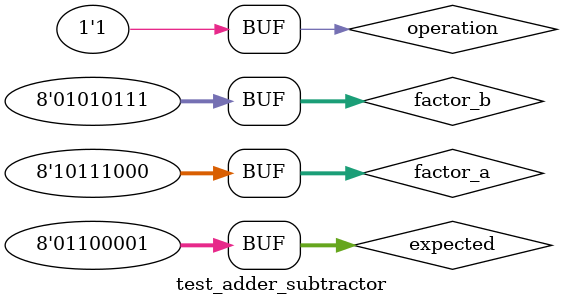
<source format=v>
`timescale 1ns/1ps

/* módulo de teste para a rom */
module test_adder_subtractor;
	reg [7:0] factor_a;
	reg [7:0] factor_b;
	reg operation;
	reg [7:0] expected;
    wire signed [7:0] result;
	
	// instância da Unit Under Test
	adder_subtractor uut(
		.factor_a(factor_a),
		.factor_b(factor_b),
		.operation(operation),
        .result(result)
	);
	
	// 
	initial begin
		factor_a = 8'b00110110;
		factor_b = 8'b00010101;
		operation = 0;
		expected = 8'b01001011;
		$monitor("a = %B; b = %B; operation = %B; result = %B; expected = %B", factor_a, factor_b, operation, result, expected);
		#100;

		factor_a = 8'b00110110;
		factor_b = 8'b00010101;
		operation = 1;
		expected = 8'b00100001;
		$monitor("a = %B; b = %B; operation = %B; result = %B; expected = %B", factor_a, factor_b, operation, result, expected);
		#100;

		factor_a = 8'b10111000;
		factor_b = 8'b01010111;
		operation = 0;
		expected = 8'b00001111;
		$monitor("a = %B; b = %B; operation = %B; result = %B; expected = %B", factor_a, factor_b, operation, result, expected);
		#100;

		factor_a = 8'b10111000;
		factor_b = 8'b01010111;
		operation = 1;
		expected = 8'b01100001;
		$monitor("a = %B; b = %B; operation = %B; result = %B; expected = %B", factor_a, factor_b, operation, result, expected);
		#100;

	end
endmodule
</source>
